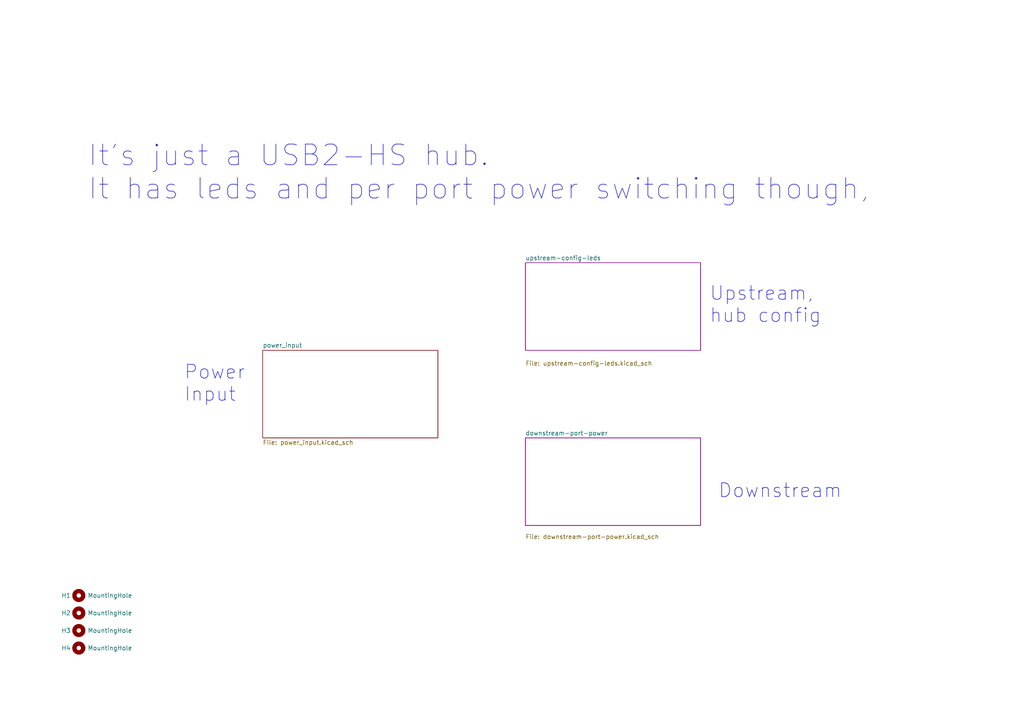
<source format=kicad_sch>
(kicad_sch (version 20220103) (generator eeschema)
  (paper "A4")
  (title_block (title "Hubbish: Cascading per port controllable USB hub") (date "2019-12-03") (comment 1 "intended for controlling libopencm3 regression test boards") (comment 2 "three double ports for test targets w/ user usb") (comment 3 "one up, one down") (comment 4 "github.com/karlp/hubbish"))
  (lib_symbols
    (symbol "Mechanical:MountingHole" (pin_names (offset 1.016))
      (property "Reference" "H" (at 0 5.08 0))
      (property "Value" "MountingHole" (at 0 3.175 0))
      (symbol "MountingHole_0_1"
        (circle (center 0 0) (radius 1.27) (stroke (width 1.27)))
      )
    )
  )
  (text "Upstream, \nhub config" (at 205.74 93.98 0) (effects (font (size 4 4)) (justify left bottom)))
  (text "Downstream" (at 208.28 144.78 0) (effects (font (size 4 4)) (justify left bottom)))
  (text "Power\nInput" (at 53.34 116.84 0) (effects (font (size 4 4)) (justify left bottom)))
  (text "It's just a USB2-HS hub.\nIt has leds and per port power switching though,\n" (at 25.4 58.42 0) (effects (font (size 5.994 5.994)) (justify left bottom)))
  (symbol (lib_id "Mechanical:MountingHole") (at 22.86 172.72 0) (unit 1)
    (property "Reference" "H1" (at 17.78 172.72 0) (effects (justify left)))
    (property "Value" "MountingHole" (at 25.4 172.72 0) (effects (justify left)))
    (property "Footprint" "MountingHole:MountingHole_2.7mm_M2.5" (effects hide))
  )
  (symbol (lib_id "Mechanical:MountingHole") (at 22.86 177.8 0) (unit 1)
    (property "Reference" "H2" (at 17.78 177.8 0) (effects (justify left)))
    (property "Value" "MountingHole" (at 25.4 177.8 0) (effects (justify left)))
    (property "Footprint" "MountingHole:MountingHole_2.7mm_M2.5" (effects hide))
  )
  (symbol (lib_id "Mechanical:MountingHole") (at 22.86 182.88 0) (unit 1)
    (property "Reference" "H3" (at 17.78 182.88 0) (effects (justify left)))
    (property "Value" "MountingHole" (at 25.4 182.88 0) (effects (justify left)))
    (property "Footprint" "MountingHole:MountingHole_2.7mm_M2.5" (effects hide))
  )
  (symbol (lib_id "Mechanical:MountingHole") (at 22.86 187.96 0) (unit 1)
    (property "Reference" "H4" (at 17.78 187.96 0) (effects (justify left)))
    (property "Value" "MountingHole" (at 25.4 187.96 0) (effects (justify left)))
    (property "Footprint" "MountingHole:MountingHole_2.7mm_M2.5" (effects hide))
  )
  (sheet (at 152.4 76.2) (size 50.8 25.4) (stroke (width 0.1524) (color 132 0 132 1)) (fill (color 255 255 255 0.0000))
    (property "Sheetname" "upstream-config-leds" (at 152.4 75.5645 0) (effects (justify left bottom)))
    (property "Sheetfile" "upstream-config-leds.kicad_sch" (at 152.4 104.6485 0) (effects (justify left top)))
  )
  (sheet (at 152.4 127) (size 50.8 25.4) (stroke (width 0.1524) (color 132 0 132 1)) (fill (color 255 255 255 0.0000))
    (property "Sheetname" "downstream-port-power" (at 152.4 126.3645 0) (effects (justify left bottom)))
    (property "Sheetfile" "downstream-port-power.kicad_sch" (at 152.4 154.94 0) (effects (justify left top)))
  )
  (sheet (at 76.2 101.6) (size 50.8 25.4) (stroke (width 0.1524))
    (property "Sheetname" "power_input" (at 76.2 100.8884 0) (effects (justify left bottom)))
    (property "Sheetfile" "power_input.kicad_sch" (at 76.2 127.5846 0) (effects (justify left top)))
  )
)
</source>
